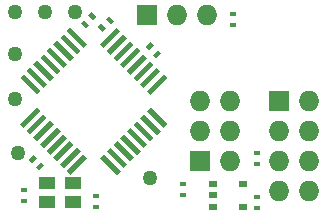
<source format=gts>
%FSLAX46Y46*%
G04 Gerber Fmt 4.6, Leading zero omitted, Abs format (unit mm)*
G04 Created by KiCad (PCBNEW (2014-10-27 BZR 5228)-product) date 1/4/2015 7:21:31 PM*
%MOMM*%
G01*
G04 APERTURE LIST*
%ADD10C,0.100000*%
%ADD11R,1.400000X1.100000*%
%ADD12C,1.270000*%
%ADD13R,1.727200X1.727200*%
%ADD14O,1.727200X1.727200*%
%ADD15R,0.599440X0.398780*%
%ADD16R,0.762000X0.508000*%
G04 APERTURE END LIST*
D10*
D11*
X4234000Y-19266000D03*
X4234000Y-20866000D03*
X6434000Y-20866000D03*
X6434000Y-19266000D03*
D12*
X12954000Y-18859500D03*
D13*
X12700000Y-5080000D03*
D14*
X15240000Y-5080000D03*
X17780000Y-5080000D03*
D13*
X23876000Y-12319000D03*
D14*
X26416000Y-12319000D03*
X23876000Y-14859000D03*
X26416000Y-14859000D03*
X23876000Y-17399000D03*
X26416000Y-17399000D03*
X23876000Y-19939000D03*
X26416000Y-19939000D03*
D12*
X1524000Y-12192000D03*
X1524000Y-8382000D03*
X6604000Y-4826000D03*
X1778000Y-16764000D03*
D15*
X2286000Y-19870420D03*
X2286000Y-20769580D03*
X8382000Y-20378420D03*
X8382000Y-21277580D03*
D10*
G36*
X13878825Y-8247957D02*
X13454957Y-8671825D01*
X13172977Y-8389845D01*
X13596845Y-7965977D01*
X13878825Y-8247957D01*
X13878825Y-8247957D01*
G37*
G36*
X13243023Y-7612155D02*
X12819155Y-8036023D01*
X12537175Y-7754043D01*
X12961043Y-7330175D01*
X13243023Y-7612155D01*
X13243023Y-7612155D01*
G37*
D15*
X15748000Y-20261580D03*
X15748000Y-19362420D03*
D10*
G36*
X3972825Y-17772957D02*
X3548957Y-18196825D01*
X3266977Y-17914845D01*
X3690845Y-17490977D01*
X3972825Y-17772957D01*
X3972825Y-17772957D01*
G37*
G36*
X3337023Y-17137155D02*
X2913155Y-17561023D01*
X2631175Y-17279043D01*
X3055043Y-16855175D01*
X3337023Y-17137155D01*
X3337023Y-17137155D01*
G37*
G36*
X7500043Y-6131825D02*
X7076175Y-5707957D01*
X7358155Y-5425977D01*
X7782023Y-5849845D01*
X7500043Y-6131825D01*
X7500043Y-6131825D01*
G37*
G36*
X8135845Y-5496023D02*
X7711977Y-5072155D01*
X7993957Y-4790175D01*
X8417825Y-5214043D01*
X8135845Y-5496023D01*
X8135845Y-5496023D01*
G37*
D15*
X21971000Y-21341080D03*
X21971000Y-20441920D03*
D10*
G36*
X6201475Y-18553094D02*
X5883574Y-18235193D01*
X7297067Y-16821700D01*
X7614968Y-17139601D01*
X6201475Y-18553094D01*
X6201475Y-18553094D01*
G37*
G36*
X5635719Y-17987338D02*
X5317818Y-17669437D01*
X6731311Y-16255944D01*
X7049212Y-16573845D01*
X5635719Y-17987338D01*
X5635719Y-17987338D01*
G37*
G36*
X5069963Y-17421582D02*
X4752062Y-17103681D01*
X6165555Y-15690188D01*
X6483456Y-16008089D01*
X5069963Y-17421582D01*
X5069963Y-17421582D01*
G37*
G36*
X4504206Y-16855826D02*
X4186305Y-16537925D01*
X5599798Y-15124432D01*
X5917699Y-15442333D01*
X4504206Y-16855826D01*
X4504206Y-16855826D01*
G37*
G36*
X3938450Y-16290070D02*
X3620549Y-15972169D01*
X5034042Y-14558676D01*
X5351943Y-14876577D01*
X3938450Y-16290070D01*
X3938450Y-16290070D01*
G37*
G36*
X3372694Y-15724313D02*
X3054793Y-15406412D01*
X4468286Y-13992919D01*
X4786187Y-14310820D01*
X3372694Y-15724313D01*
X3372694Y-15724313D01*
G37*
G36*
X2806938Y-15158557D02*
X2489037Y-14840656D01*
X3902530Y-13427163D01*
X4220431Y-13745064D01*
X2806938Y-15158557D01*
X2806938Y-15158557D01*
G37*
G36*
X2241182Y-14592801D02*
X1923281Y-14274900D01*
X3336774Y-12861407D01*
X3654675Y-13179308D01*
X2241182Y-14592801D01*
X2241182Y-14592801D01*
G37*
G36*
X9008703Y-7832464D02*
X8690802Y-7514563D01*
X10104295Y-6101070D01*
X10422196Y-6418971D01*
X9008703Y-7832464D01*
X9008703Y-7832464D01*
G37*
G36*
X12977976Y-11801738D02*
X12660075Y-11483837D01*
X14073568Y-10070344D01*
X14391469Y-10388245D01*
X12977976Y-11801738D01*
X12977976Y-11801738D01*
G37*
G36*
X12403240Y-11227001D02*
X12085339Y-10909100D01*
X13498832Y-9495607D01*
X13816733Y-9813508D01*
X12403240Y-11227001D01*
X12403240Y-11227001D01*
G37*
G36*
X11828503Y-10652265D02*
X11510602Y-10334364D01*
X12924095Y-8920871D01*
X13241996Y-9238772D01*
X11828503Y-10652265D01*
X11828503Y-10652265D01*
G37*
G36*
X11271727Y-10095489D02*
X10953826Y-9777588D01*
X12367319Y-8364095D01*
X12685220Y-8681996D01*
X11271727Y-10095489D01*
X11271727Y-10095489D01*
G37*
G36*
X10696991Y-9520753D02*
X10379090Y-9202852D01*
X11792583Y-7789359D01*
X12110484Y-8107260D01*
X10696991Y-9520753D01*
X10696991Y-9520753D01*
G37*
G36*
X10140215Y-8963977D02*
X9822314Y-8646076D01*
X11235807Y-7232583D01*
X11553708Y-7550484D01*
X10140215Y-8963977D01*
X10140215Y-8963977D01*
G37*
G36*
X9565479Y-8389240D02*
X9247578Y-8071339D01*
X10661071Y-6657846D01*
X10978972Y-6975747D01*
X9565479Y-8389240D01*
X9565479Y-8389240D01*
G37*
G36*
X3329590Y-11769409D02*
X1916097Y-10355916D01*
X2233998Y-10038015D01*
X3647491Y-11451508D01*
X3329590Y-11769409D01*
X3329590Y-11769409D01*
G37*
G36*
X3893550Y-11205449D02*
X2480057Y-9791956D01*
X2797958Y-9474055D01*
X4211451Y-10887548D01*
X3893550Y-11205449D01*
X3893550Y-11205449D01*
G37*
G36*
X4461102Y-10637896D02*
X3047609Y-9224403D01*
X3365510Y-8906502D01*
X4779003Y-10319995D01*
X4461102Y-10637896D01*
X4461102Y-10637896D01*
G37*
G36*
X5025062Y-10073936D02*
X3611569Y-8660443D01*
X3929470Y-8342542D01*
X5342963Y-9756035D01*
X5025062Y-10073936D01*
X5025062Y-10073936D01*
G37*
G36*
X5592614Y-9506384D02*
X4179121Y-8092891D01*
X4497022Y-7774990D01*
X5910515Y-9188483D01*
X5592614Y-9506384D01*
X5592614Y-9506384D01*
G37*
G36*
X6156574Y-8942424D02*
X4743081Y-7528931D01*
X5060982Y-7211030D01*
X6474475Y-8624523D01*
X6156574Y-8942424D01*
X6156574Y-8942424D01*
G37*
G36*
X6724127Y-8374872D02*
X5310634Y-6961379D01*
X5628535Y-6643478D01*
X7042028Y-8056971D01*
X6724127Y-8374872D01*
X6724127Y-8374872D01*
G37*
G36*
X7288087Y-7810912D02*
X5874594Y-6397419D01*
X6192495Y-6079518D01*
X7605988Y-7493011D01*
X7288087Y-7810912D01*
X7288087Y-7810912D01*
G37*
G36*
X10122255Y-18554890D02*
X8708762Y-17141397D01*
X9026663Y-16823496D01*
X10440156Y-18236989D01*
X10122255Y-18554890D01*
X10122255Y-18554890D01*
G37*
G36*
X10679031Y-17998114D02*
X9265538Y-16584621D01*
X9583439Y-16266720D01*
X10996932Y-17680213D01*
X10679031Y-17998114D01*
X10679031Y-17998114D01*
G37*
G36*
X11253768Y-17423378D02*
X9840275Y-16009885D01*
X10158176Y-15691984D01*
X11571669Y-17105477D01*
X11253768Y-17423378D01*
X11253768Y-17423378D01*
G37*
G36*
X11810544Y-16866602D02*
X10397051Y-15453109D01*
X10714952Y-15135208D01*
X12128445Y-16548701D01*
X11810544Y-16866602D01*
X11810544Y-16866602D01*
G37*
G36*
X12367319Y-16309826D02*
X10953826Y-14896333D01*
X11271727Y-14578432D01*
X12685220Y-15991925D01*
X12367319Y-16309826D01*
X12367319Y-16309826D01*
G37*
G36*
X12942056Y-15735090D02*
X11528563Y-14321597D01*
X11846464Y-14003696D01*
X13259957Y-15417189D01*
X12942056Y-15735090D01*
X12942056Y-15735090D01*
G37*
G36*
X13516792Y-15160353D02*
X12103299Y-13746860D01*
X12421200Y-13428959D01*
X13834693Y-14842452D01*
X13516792Y-15160353D01*
X13516792Y-15160353D01*
G37*
G36*
X14091529Y-14585617D02*
X12678036Y-13172124D01*
X12995937Y-12854223D01*
X14409430Y-14267716D01*
X14091529Y-14585617D01*
X14091529Y-14585617D01*
G37*
D13*
X17145000Y-17399000D03*
D14*
X19685000Y-17399000D03*
X17145000Y-14859000D03*
X19685000Y-14859000D03*
X17145000Y-12319000D03*
X19685000Y-12319000D03*
D12*
X4064000Y-4826000D03*
X1524000Y-4826000D03*
D10*
G36*
X8960543Y-6449325D02*
X8536675Y-6025457D01*
X8818655Y-5743477D01*
X9242523Y-6167345D01*
X8960543Y-6449325D01*
X8960543Y-6449325D01*
G37*
G36*
X9596345Y-5813523D02*
X9172477Y-5389655D01*
X9454457Y-5107675D01*
X9878325Y-5531543D01*
X9596345Y-5813523D01*
X9596345Y-5813523D01*
G37*
D15*
X21971000Y-17658080D03*
X21971000Y-16758920D03*
X19939000Y-4947920D03*
X19939000Y-5847080D03*
D16*
X18288000Y-19367500D03*
X18288000Y-21272500D03*
X20828000Y-19367500D03*
X18288000Y-20320000D03*
X20828000Y-21272500D03*
M02*

</source>
